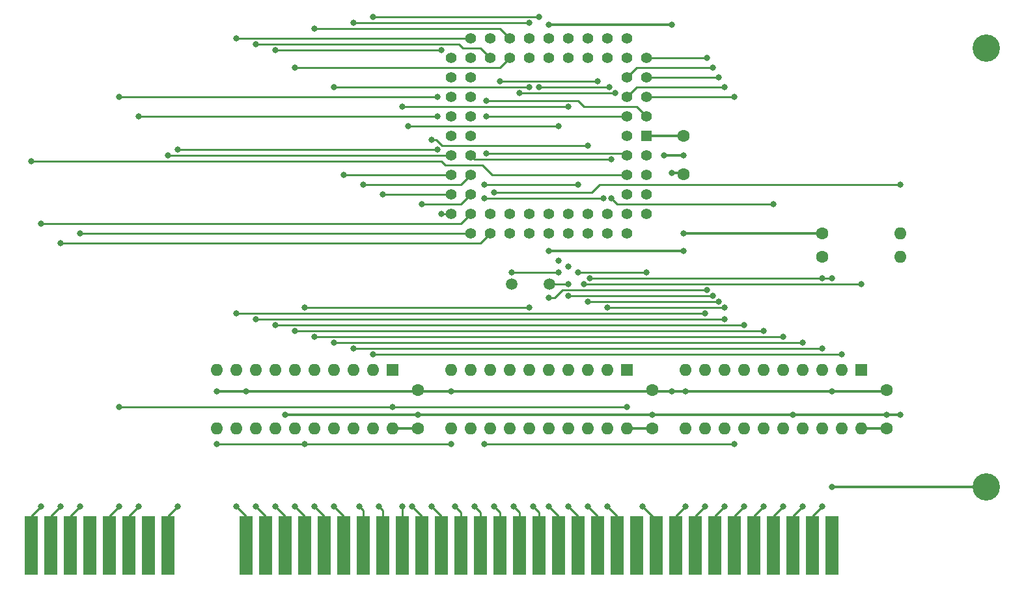
<source format=gbr>
G04 #@! TF.GenerationSoftware,KiCad,Pcbnew,(5.1.8)-1*
G04 #@! TF.CreationDate,2021-11-26T20:48:40-07:00*
G04 #@! TF.ProjectId,V40,5634302e-6b69-4636-9164-5f7063625858,rev?*
G04 #@! TF.SameCoordinates,Original*
G04 #@! TF.FileFunction,Copper,L1,Top*
G04 #@! TF.FilePolarity,Positive*
%FSLAX46Y46*%
G04 Gerber Fmt 4.6, Leading zero omitted, Abs format (unit mm)*
G04 Created by KiCad (PCBNEW (5.1.8)-1) date 2021-11-26 20:48:40*
%MOMM*%
%LPD*%
G01*
G04 APERTURE LIST*
G04 #@! TA.AperFunction,ComponentPad*
%ADD10O,1.600000X1.600000*%
G04 #@! TD*
G04 #@! TA.AperFunction,ComponentPad*
%ADD11C,1.600000*%
G04 #@! TD*
G04 #@! TA.AperFunction,ComponentPad*
%ADD12C,1.500000*%
G04 #@! TD*
G04 #@! TA.AperFunction,ConnectorPad*
%ADD13R,1.780000X7.620000*%
G04 #@! TD*
G04 #@! TA.AperFunction,ComponentPad*
%ADD14R,1.600000X1.600000*%
G04 #@! TD*
G04 #@! TA.AperFunction,ComponentPad*
%ADD15C,1.422400*%
G04 #@! TD*
G04 #@! TA.AperFunction,ComponentPad*
%ADD16R,1.422400X1.422400*%
G04 #@! TD*
G04 #@! TA.AperFunction,ComponentPad*
%ADD17C,3.556000*%
G04 #@! TD*
G04 #@! TA.AperFunction,ViaPad*
%ADD18C,0.800000*%
G04 #@! TD*
G04 #@! TA.AperFunction,Conductor*
%ADD19C,0.330200*%
G04 #@! TD*
G04 #@! TA.AperFunction,Conductor*
%ADD20C,0.250000*%
G04 #@! TD*
G04 APERTURE END LIST*
D10*
G04 #@! TO.P,R1,2*
G04 #@! TO.N,/5+*
X170426380Y-92176600D03*
D11*
G04 #@! TO.P,R1,1*
G04 #@! TO.N,/DEN*
X160266380Y-92176600D03*
G04 #@! TD*
D12*
G04 #@! TO.P,Y1,2*
G04 #@! TO.N,/X1*
X124780380Y-95732600D03*
G04 #@! TO.P,Y1,1*
G04 #@! TO.N,/X2*
X119880380Y-95732600D03*
G04 #@! TD*
D10*
G04 #@! TO.P,R2,2*
G04 #@! TO.N,/POLL*
X170426380Y-89128600D03*
D11*
G04 #@! TO.P,R2,1*
G04 #@! TO.N,/GND*
X160266380Y-89128600D03*
G04 #@! TD*
D13*
G04 #@! TO.P,J1,9*
G04 #@! TO.N,/SPK_OUT*
X57396380Y-129768600D03*
G04 #@! TO.P,J1,10*
G04 #@! TO.N,/SPK_GO*
X59936380Y-129768600D03*
G04 #@! TO.P,J1,11*
G04 #@! TO.N,/HF_PCLK*
X62476380Y-129768600D03*
G04 #@! TO.P,J1,12*
G04 #@! TO.N,/DRQ0*
X65016380Y-129768600D03*
G04 #@! TO.P,J1,13*
G04 #@! TO.N,/HOLDA*
X67556380Y-129768600D03*
G04 #@! TO.P,J1,14*
G04 #@! TO.N,/HOLD*
X70096380Y-129768600D03*
G04 #@! TO.P,J1,15*
G04 #@! TO.N,/READY*
X72636380Y-129768600D03*
G04 #@! TO.P,J1,16*
G04 #@! TO.N,/RESET*
X75176380Y-129768600D03*
G04 #@! TD*
D10*
G04 #@! TO.P,U4,20*
G04 #@! TO.N,/5+*
X165346380Y-114528600D03*
G04 #@! TO.P,U4,10*
G04 #@! TO.N,/GND*
X142486380Y-106908600D03*
G04 #@! TO.P,U4,19*
G04 #@! TO.N,/DEN*
X162806380Y-114528600D03*
G04 #@! TO.P,U4,9*
G04 #@! TO.N,/AD0*
X145026380Y-106908600D03*
G04 #@! TO.P,U4,18*
G04 #@! TO.N,/D7*
X160266380Y-114528600D03*
G04 #@! TO.P,U4,8*
G04 #@! TO.N,/AD1*
X147566380Y-106908600D03*
G04 #@! TO.P,U4,17*
G04 #@! TO.N,/D6*
X157726380Y-114528600D03*
G04 #@! TO.P,U4,7*
G04 #@! TO.N,/AD2*
X150106380Y-106908600D03*
G04 #@! TO.P,U4,16*
G04 #@! TO.N,/D5*
X155186380Y-114528600D03*
G04 #@! TO.P,U4,6*
G04 #@! TO.N,/AD3*
X152646380Y-106908600D03*
G04 #@! TO.P,U4,15*
G04 #@! TO.N,/D4*
X152646380Y-114528600D03*
G04 #@! TO.P,U4,5*
G04 #@! TO.N,/AD4*
X155186380Y-106908600D03*
G04 #@! TO.P,U4,14*
G04 #@! TO.N,/D3*
X150106380Y-114528600D03*
G04 #@! TO.P,U4,4*
G04 #@! TO.N,/AD5*
X157726380Y-106908600D03*
G04 #@! TO.P,U4,13*
G04 #@! TO.N,/D2*
X147566380Y-114528600D03*
G04 #@! TO.P,U4,3*
G04 #@! TO.N,/AD6*
X160266380Y-106908600D03*
G04 #@! TO.P,U4,12*
G04 #@! TO.N,/D1*
X145026380Y-114528600D03*
G04 #@! TO.P,U4,2*
G04 #@! TO.N,/AD7*
X162806380Y-106908600D03*
G04 #@! TO.P,U4,11*
G04 #@! TO.N,/D0*
X142486380Y-114528600D03*
D14*
G04 #@! TO.P,U4,1*
G04 #@! TO.N,/DTR*
X165346380Y-106908600D03*
G04 #@! TD*
D10*
G04 #@! TO.P,U3,20*
G04 #@! TO.N,/5+*
X134866380Y-114528600D03*
G04 #@! TO.P,U3,10*
G04 #@! TO.N,/GND*
X112006380Y-106908600D03*
G04 #@! TO.P,U3,19*
G04 #@! TO.N,/A19*
X132326380Y-114528600D03*
G04 #@! TO.P,U3,9*
G04 #@! TO.N,Net-(U3-Pad9)*
X114546380Y-106908600D03*
G04 #@! TO.P,U3,18*
G04 #@! TO.N,/A18*
X129786380Y-114528600D03*
G04 #@! TO.P,U3,8*
G04 #@! TO.N,Net-(U3-Pad8)*
X117086380Y-106908600D03*
G04 #@! TO.P,U3,17*
G04 #@! TO.N,/A17*
X127246380Y-114528600D03*
G04 #@! TO.P,U3,7*
G04 #@! TO.N,Net-(U3-Pad7)*
X119626380Y-106908600D03*
G04 #@! TO.P,U3,16*
G04 #@! TO.N,/A16*
X124706380Y-114528600D03*
G04 #@! TO.P,U3,6*
G04 #@! TO.N,Net-(U3-Pad6)*
X122166380Y-106908600D03*
G04 #@! TO.P,U3,15*
G04 #@! TO.N,Net-(U3-Pad15)*
X122166380Y-114528600D03*
G04 #@! TO.P,U3,5*
G04 #@! TO.N,/A16_*
X124706380Y-106908600D03*
G04 #@! TO.P,U3,14*
G04 #@! TO.N,Net-(U3-Pad14)*
X119626380Y-114528600D03*
G04 #@! TO.P,U3,4*
G04 #@! TO.N,/A17_*
X127246380Y-106908600D03*
G04 #@! TO.P,U3,13*
G04 #@! TO.N,Net-(U3-Pad13)*
X117086380Y-114528600D03*
G04 #@! TO.P,U3,3*
G04 #@! TO.N,/A18_*
X129786380Y-106908600D03*
G04 #@! TO.P,U3,12*
G04 #@! TO.N,Net-(U3-Pad12)*
X114546380Y-114528600D03*
G04 #@! TO.P,U3,2*
G04 #@! TO.N,/A19_*
X132326380Y-106908600D03*
G04 #@! TO.P,U3,11*
G04 #@! TO.N,/ALE*
X112006380Y-114528600D03*
D14*
G04 #@! TO.P,U3,1*
G04 #@! TO.N,/HOLDA*
X134866380Y-106908600D03*
G04 #@! TD*
D10*
G04 #@! TO.P,U2,20*
G04 #@! TO.N,/5+*
X104386380Y-114528600D03*
G04 #@! TO.P,U2,10*
G04 #@! TO.N,/GND*
X81526380Y-106908600D03*
G04 #@! TO.P,U2,19*
G04 #@! TO.N,/A7*
X101846380Y-114528600D03*
G04 #@! TO.P,U2,9*
G04 #@! TO.N,/AD0*
X84066380Y-106908600D03*
G04 #@! TO.P,U2,18*
G04 #@! TO.N,/A6*
X99306380Y-114528600D03*
G04 #@! TO.P,U2,8*
G04 #@! TO.N,/AD1*
X86606380Y-106908600D03*
G04 #@! TO.P,U2,17*
G04 #@! TO.N,/A5*
X96766380Y-114528600D03*
G04 #@! TO.P,U2,7*
G04 #@! TO.N,/AD2*
X89146380Y-106908600D03*
G04 #@! TO.P,U2,16*
G04 #@! TO.N,/A4*
X94226380Y-114528600D03*
G04 #@! TO.P,U2,6*
G04 #@! TO.N,/AD3*
X91686380Y-106908600D03*
G04 #@! TO.P,U2,15*
G04 #@! TO.N,/A3*
X91686380Y-114528600D03*
G04 #@! TO.P,U2,5*
G04 #@! TO.N,/AD4*
X94226380Y-106908600D03*
G04 #@! TO.P,U2,14*
G04 #@! TO.N,/A2*
X89146380Y-114528600D03*
G04 #@! TO.P,U2,4*
G04 #@! TO.N,/AD5*
X96766380Y-106908600D03*
G04 #@! TO.P,U2,13*
G04 #@! TO.N,/A1*
X86606380Y-114528600D03*
G04 #@! TO.P,U2,3*
G04 #@! TO.N,/AD6*
X99306380Y-106908600D03*
G04 #@! TO.P,U2,12*
G04 #@! TO.N,/A0*
X84066380Y-114528600D03*
G04 #@! TO.P,U2,2*
G04 #@! TO.N,/AD7*
X101846380Y-106908600D03*
G04 #@! TO.P,U2,11*
G04 #@! TO.N,/ALE*
X81526380Y-114528600D03*
D14*
G04 #@! TO.P,U2,1*
G04 #@! TO.N,/HOLDA*
X104386380Y-106908600D03*
G04 #@! TD*
D15*
G04 #@! TO.P,U1,60*
G04 #@! TO.N,/MWR*
X134866380Y-89128600D03*
G04 #@! TO.P,U1,58*
G04 #@! TO.N,Net-(U1-Pad58)*
X132326380Y-89128600D03*
G04 #@! TO.P,U1,56*
G04 #@! TO.N,/DEN*
X129786380Y-89128600D03*
G04 #@! TO.P,U1,54*
G04 #@! TO.N,/X1*
X127246380Y-89128600D03*
G04 #@! TO.P,U1,52*
G04 #@! TO.N,/GND*
X124706380Y-89128600D03*
G04 #@! TO.P,U1,50*
G04 #@! TO.N,/ALE*
X122166380Y-89128600D03*
G04 #@! TO.P,U1,48*
G04 #@! TO.N,Net-(U1-Pad48)*
X119626380Y-89128600D03*
G04 #@! TO.P,U1,46*
G04 #@! TO.N,/SPK_GO*
X117086380Y-89128600D03*
G04 #@! TO.P,U1,61*
G04 #@! TO.N,/IORD*
X137406380Y-86588600D03*
G04 #@! TO.P,U1,59*
G04 #@! TO.N,/IOWR*
X132326380Y-86588600D03*
G04 #@! TO.P,U1,57*
G04 #@! TO.N,/DTR*
X129786380Y-86588600D03*
G04 #@! TO.P,U1,55*
G04 #@! TO.N,Net-(U1-Pad55)*
X127246380Y-86588600D03*
G04 #@! TO.P,U1,53*
G04 #@! TO.N,/X2*
X124706380Y-86588600D03*
G04 #@! TO.P,U1,51*
G04 #@! TO.N,Net-(U1-Pad51)*
X122166380Y-86588600D03*
G04 #@! TO.P,U1,49*
G04 #@! TO.N,Net-(U1-Pad49)*
X119626380Y-86588600D03*
G04 #@! TO.P,U1,47*
G04 #@! TO.N,/POLL*
X117086380Y-86588600D03*
G04 #@! TO.P,U1,45*
G04 #@! TO.N,/SPK_OUT*
X114546380Y-86588600D03*
G04 #@! TO.P,U1,43*
G04 #@! TO.N,/IRQ7*
X112006380Y-86588600D03*
G04 #@! TO.P,U1,41*
G04 #@! TO.N,/IRQ5*
X112006380Y-84048600D03*
G04 #@! TO.P,U1,39*
G04 #@! TO.N,/IRQ3*
X112006380Y-81508600D03*
G04 #@! TO.P,U1,37*
G04 #@! TO.N,/IRQ1*
X112006380Y-78968600D03*
G04 #@! TO.P,U1,35*
G04 #@! TO.N,Net-(U1-Pad35)*
X112006380Y-76428600D03*
G04 #@! TO.P,U1,33*
G04 #@! TO.N,Net-(U1-Pad33)*
X112006380Y-73888600D03*
G04 #@! TO.P,U1,31*
G04 #@! TO.N,Net-(U1-Pad31)*
X112006380Y-71348600D03*
G04 #@! TO.P,U1,29*
G04 #@! TO.N,Net-(U1-Pad29)*
X112006380Y-68808600D03*
G04 #@! TO.P,U1,27*
G04 #@! TO.N,Net-(U1-Pad27)*
X112006380Y-66268600D03*
G04 #@! TO.P,U1,44*
G04 #@! TO.N,/HF_PCLK*
X114546380Y-89128600D03*
G04 #@! TO.P,U1,42*
G04 #@! TO.N,/IRQ6*
X114546380Y-84048600D03*
G04 #@! TO.P,U1,40*
G04 #@! TO.N,/IRQ4*
X114546380Y-81508600D03*
G04 #@! TO.P,U1,38*
G04 #@! TO.N,/IRQ2*
X114546380Y-78968600D03*
G04 #@! TO.P,U1,36*
G04 #@! TO.N,Net-(U1-Pad36)*
X114546380Y-76428600D03*
G04 #@! TO.P,U1,34*
G04 #@! TO.N,Net-(U1-Pad34)*
X114546380Y-73888600D03*
G04 #@! TO.P,U1,32*
G04 #@! TO.N,Net-(U1-Pad32)*
X114546380Y-71348600D03*
G04 #@! TO.P,U1,30*
G04 #@! TO.N,Net-(U1-Pad30)*
X114546380Y-68808600D03*
G04 #@! TO.P,U1,28*
G04 #@! TO.N,Net-(U1-Pad28)*
X114546380Y-66268600D03*
G04 #@! TO.P,U1,26*
G04 #@! TO.N,/AD0*
X114546380Y-63728600D03*
G04 #@! TO.P,U1,24*
G04 #@! TO.N,/AD2*
X117086380Y-63728600D03*
G04 #@! TO.P,U1,22*
G04 #@! TO.N,/AD4*
X119626380Y-63728600D03*
G04 #@! TO.P,U1,20*
G04 #@! TO.N,/AD6*
X122166380Y-63728600D03*
G04 #@! TO.P,U1,18*
G04 #@! TO.N,/GND*
X124706380Y-63728600D03*
G04 #@! TO.P,U1,16*
G04 #@! TO.N,/A9*
X127246380Y-63728600D03*
G04 #@! TO.P,U1,14*
G04 #@! TO.N,/A11*
X129786380Y-63728600D03*
G04 #@! TO.P,U1,12*
G04 #@! TO.N,/A13*
X132326380Y-63728600D03*
G04 #@! TO.P,U1,10*
G04 #@! TO.N,/A15*
X134866380Y-63728600D03*
G04 #@! TO.P,U1,25*
G04 #@! TO.N,/AD1*
X117086380Y-66268600D03*
G04 #@! TO.P,U1,23*
G04 #@! TO.N,/AD3*
X119626380Y-66268600D03*
G04 #@! TO.P,U1,21*
G04 #@! TO.N,/AD5*
X122166380Y-66268600D03*
G04 #@! TO.P,U1,19*
G04 #@! TO.N,/AD7*
X124706380Y-66268600D03*
G04 #@! TO.P,U1,17*
G04 #@! TO.N,/A8*
X127246380Y-66268600D03*
G04 #@! TO.P,U1,15*
G04 #@! TO.N,/A10*
X129786380Y-66268600D03*
G04 #@! TO.P,U1,13*
G04 #@! TO.N,/A12*
X132326380Y-66268600D03*
G04 #@! TO.P,U1,11*
G04 #@! TO.N,/A14*
X134866380Y-66268600D03*
G04 #@! TO.P,U1,63*
G04 #@! TO.N,Net-(U1-Pad63)*
X137406380Y-84048600D03*
G04 #@! TO.P,U1,65*
G04 #@! TO.N,Net-(U1-Pad65)*
X137406380Y-81508600D03*
G04 #@! TO.P,U1,67*
G04 #@! TO.N,/RDY1*
X137406380Y-78968600D03*
G04 #@! TO.P,U1,9*
G04 #@! TO.N,/A16_*
X137406380Y-66268600D03*
G04 #@! TO.P,U1,7*
G04 #@! TO.N,/A18_*
X137406380Y-68808600D03*
G04 #@! TO.P,U1,5*
G04 #@! TO.N,/REFRQ*
X137406380Y-71348600D03*
G04 #@! TO.P,U1,3*
G04 #@! TO.N,/HOLDA*
X137406380Y-73888600D03*
D16*
G04 #@! TO.P,U1,1*
G04 #@! TO.N,/5+*
X137406380Y-76428600D03*
D15*
G04 #@! TO.P,U1,62*
G04 #@! TO.N,/MRD*
X134866380Y-86588600D03*
G04 #@! TO.P,U1,64*
G04 #@! TO.N,Net-(U1-Pad64)*
X134866380Y-84048600D03*
G04 #@! TO.P,U1,66*
G04 #@! TO.N,/NMI*
X134866380Y-81508600D03*
G04 #@! TO.P,U1,68*
G04 #@! TO.N,/RESET*
X134866380Y-78968600D03*
G04 #@! TO.P,U1,8*
G04 #@! TO.N,/A17_*
X134866380Y-68808600D03*
G04 #@! TO.P,U1,6*
G04 #@! TO.N,/A19_*
X134866380Y-71348600D03*
G04 #@! TO.P,U1,4*
G04 #@! TO.N,/HOLD*
X134866380Y-73888600D03*
G04 #@! TO.P,U1,2*
G04 #@! TO.N,Net-(U1-Pad2)*
X134866380Y-76428600D03*
G04 #@! TD*
D11*
G04 #@! TO.P,C4,2*
G04 #@! TO.N,/5+*
X168648380Y-114528600D03*
G04 #@! TO.P,C4,1*
G04 #@! TO.N,/GND*
X168648380Y-109528600D03*
G04 #@! TD*
G04 #@! TO.P,C3,2*
G04 #@! TO.N,/5+*
X138168380Y-114528600D03*
G04 #@! TO.P,C3,1*
G04 #@! TO.N,/GND*
X138168380Y-109528600D03*
G04 #@! TD*
G04 #@! TO.P,C2,2*
G04 #@! TO.N,/5+*
X107688380Y-114528600D03*
G04 #@! TO.P,C2,1*
G04 #@! TO.N,/GND*
X107688380Y-109528600D03*
G04 #@! TD*
G04 #@! TO.P,C1,2*
G04 #@! TO.N,/5+*
X142232380Y-76428600D03*
G04 #@! TO.P,C1,1*
G04 #@! TO.N,/GND*
X142232380Y-81428600D03*
G04 #@! TD*
D13*
G04 #@! TO.P,J9,62*
G04 #@! TO.N,/A0*
X85336380Y-129768600D03*
G04 #@! TO.P,J9,61*
G04 #@! TO.N,/A1*
X87876380Y-129768600D03*
G04 #@! TO.P,J9,60*
G04 #@! TO.N,/A2*
X90416380Y-129768600D03*
G04 #@! TO.P,J9,59*
G04 #@! TO.N,/A3*
X92956380Y-129768600D03*
G04 #@! TO.P,J9,58*
G04 #@! TO.N,/A4*
X95496380Y-129768600D03*
G04 #@! TO.P,J9,57*
G04 #@! TO.N,/A5*
X98036380Y-129768600D03*
G04 #@! TO.P,J9,56*
G04 #@! TO.N,/A6*
X100576380Y-129768600D03*
G04 #@! TO.P,J9,55*
G04 #@! TO.N,/A7*
X103116380Y-129768600D03*
G04 #@! TO.P,J9,54*
G04 #@! TO.N,/A8*
X105656380Y-129768600D03*
G04 #@! TO.P,J9,53*
G04 #@! TO.N,/A9*
X108196380Y-129768600D03*
G04 #@! TO.P,J9,52*
G04 #@! TO.N,/A10*
X110736380Y-129768600D03*
G04 #@! TO.P,J9,51*
G04 #@! TO.N,/A11*
X113276380Y-129768600D03*
G04 #@! TO.P,J9,50*
G04 #@! TO.N,/A12*
X115816380Y-129768600D03*
G04 #@! TO.P,J9,49*
G04 #@! TO.N,/A13*
X118356380Y-129768600D03*
G04 #@! TO.P,J9,48*
G04 #@! TO.N,/A14*
X120896380Y-129768600D03*
G04 #@! TO.P,J9,47*
G04 #@! TO.N,/A15*
X123436380Y-129768600D03*
G04 #@! TO.P,J9,46*
G04 #@! TO.N,/A16*
X125976380Y-129768600D03*
G04 #@! TO.P,J9,45*
G04 #@! TO.N,/A17*
X128516380Y-129768600D03*
G04 #@! TO.P,J9,44*
G04 #@! TO.N,/A18*
X131056380Y-129768600D03*
G04 #@! TO.P,J9,43*
G04 #@! TO.N,/A19*
X133596380Y-129768600D03*
G04 #@! TO.P,J9,42*
G04 #@! TO.N,/AEN*
X136136380Y-129768600D03*
G04 #@! TO.P,J9,41*
G04 #@! TO.N,/RDY1*
X138676380Y-129768600D03*
G04 #@! TO.P,J9,40*
G04 #@! TO.N,/D0*
X141216380Y-129768600D03*
G04 #@! TO.P,J9,39*
G04 #@! TO.N,/D1*
X143756380Y-129768600D03*
G04 #@! TO.P,J9,38*
G04 #@! TO.N,/D2*
X146296380Y-129768600D03*
G04 #@! TO.P,J9,37*
G04 #@! TO.N,/D3*
X148836380Y-129768600D03*
G04 #@! TO.P,J9,36*
G04 #@! TO.N,/D4*
X151376380Y-129768600D03*
G04 #@! TO.P,J9,35*
G04 #@! TO.N,/D5*
X153916380Y-129768600D03*
G04 #@! TO.P,J9,34*
G04 #@! TO.N,/D6*
X156456380Y-129768600D03*
G04 #@! TO.P,J9,33*
G04 #@! TO.N,/D7*
X158996380Y-129768600D03*
G04 #@! TO.P,J9,32*
G04 #@! TO.N,/CH_CK*
X161536380Y-129768600D03*
G04 #@! TD*
D17*
G04 #@! TO.P,R,1*
G04 #@! TO.N,/GND*
X181602380Y-122148600D03*
G04 #@! TD*
G04 #@! TO.P,R,1*
G04 #@! TO.N,N/C*
X181602380Y-64998600D03*
G04 #@! TD*
D18*
G04 #@! TO.N,/5+*
X139692380Y-78968600D03*
X142232380Y-78968600D03*
X156456380Y-112750600D03*
X107688380Y-112750600D03*
X138168380Y-112750600D03*
X168648380Y-112750600D03*
X90416380Y-112750600D03*
X170426380Y-112750574D03*
G04 #@! TO.N,/GND*
X142486380Y-109702600D03*
X124706380Y-91414600D03*
X142232380Y-91414600D03*
X140708380Y-109702600D03*
X112006380Y-109702600D03*
X81526380Y-109702600D03*
X85336380Y-109702600D03*
X161536380Y-122148600D03*
X161536380Y-109702600D03*
X140708380Y-81254600D03*
X140708380Y-61950600D03*
X124706380Y-61950600D03*
X142232380Y-89128600D03*
G04 #@! TO.N,/IRQ2*
X132834380Y-79476600D03*
X132834380Y-84556600D03*
X153916380Y-85318600D03*
G04 #@! TO.N,/IRQ7*
X110736380Y-86588600D03*
G04 #@! TO.N,/IRQ6*
X108196380Y-85318600D03*
G04 #@! TO.N,/IRQ5*
X103116380Y-84048600D03*
G04 #@! TO.N,/IRQ4*
X100576380Y-82778600D03*
G04 #@! TO.N,/IRQ3*
X98036380Y-81508600D03*
G04 #@! TO.N,/ALE*
X92956380Y-116560600D03*
X81526380Y-116560600D03*
X112006380Y-116560600D03*
X122166380Y-98780600D03*
X92956380Y-98780600D03*
G04 #@! TO.N,/D7*
X160266380Y-124688600D03*
G04 #@! TO.N,/D6*
X157726380Y-124688600D03*
G04 #@! TO.N,/D5*
X155186380Y-124688600D03*
G04 #@! TO.N,/D4*
X152646380Y-124688600D03*
G04 #@! TO.N,/D3*
X150106380Y-124688600D03*
G04 #@! TO.N,/D2*
X147566380Y-124688600D03*
G04 #@! TO.N,/D1*
X145026380Y-124688600D03*
G04 #@! TO.N,/D0*
X142486380Y-124688600D03*
G04 #@! TO.N,/RDY1*
X136898380Y-124688600D03*
G04 #@! TO.N,/A19*
X132326380Y-124688600D03*
G04 #@! TO.N,/A18*
X129786380Y-124688600D03*
G04 #@! TO.N,/A17*
X127246380Y-124688600D03*
G04 #@! TO.N,/A16*
X124706380Y-124688600D03*
G04 #@! TO.N,/A15*
X122674374Y-124688600D03*
X123436380Y-70078600D03*
X132580380Y-70078600D03*
G04 #@! TO.N,/A14*
X120134374Y-124688600D03*
X120896380Y-70840600D03*
X133342380Y-70840600D03*
G04 #@! TO.N,/A13*
X117594374Y-124688600D03*
X118356380Y-69316600D03*
X131056380Y-69316600D03*
G04 #@! TO.N,/A12*
X115054374Y-124688600D03*
X116324380Y-84556600D03*
X131818380Y-84556600D03*
G04 #@! TO.N,/A11*
X112514374Y-124688600D03*
X128516380Y-82778600D03*
X116324380Y-82778600D03*
G04 #@! TO.N,/A10*
X129786380Y-77698600D03*
X109466380Y-124688600D03*
X109466380Y-76936600D03*
G04 #@! TO.N,/A9*
X106418380Y-75158600D03*
X125976380Y-75158600D03*
X106926380Y-124688600D03*
G04 #@! TO.N,/A8*
X105656380Y-72618600D03*
X127246380Y-72618600D03*
X105656380Y-124688600D03*
G04 #@! TO.N,/A7*
X102608380Y-124688600D03*
G04 #@! TO.N,/A6*
X100068380Y-124688600D03*
G04 #@! TO.N,/A5*
X96766380Y-124688600D03*
G04 #@! TO.N,/A4*
X94226380Y-124688600D03*
G04 #@! TO.N,/A3*
X91686380Y-124688600D03*
G04 #@! TO.N,/A2*
X89146380Y-124688600D03*
G04 #@! TO.N,/A1*
X86606380Y-124688600D03*
G04 #@! TO.N,/A0*
X84066380Y-124688600D03*
G04 #@! TO.N,/IORD*
X128516380Y-94208600D03*
X137406380Y-94208600D03*
G04 #@! TO.N,/REFRQ*
X148836380Y-71348600D03*
X116324380Y-116560600D03*
X148836380Y-116560600D03*
G04 #@! TO.N,/AD0*
X84066380Y-63728600D03*
X84066380Y-99542600D03*
X145026380Y-99542600D03*
G04 #@! TO.N,/AD2*
X110736380Y-65252600D03*
X89146380Y-65252600D03*
X150106380Y-101066600D03*
X89146380Y-101066600D03*
G04 #@! TO.N,/AD4*
X94226380Y-62458600D03*
X155186380Y-102590600D03*
X94226380Y-102590600D03*
G04 #@! TO.N,/AD6*
X122166380Y-61696600D03*
X99306380Y-61696600D03*
X160266380Y-104114600D03*
X99306380Y-104114600D03*
G04 #@! TO.N,/AD1*
X86606380Y-64490600D03*
X86606380Y-100304600D03*
X147566380Y-100304600D03*
G04 #@! TO.N,/AD3*
X91686380Y-67538600D03*
X152646380Y-101828600D03*
X91686380Y-101828600D03*
G04 #@! TO.N,/AD5*
X122166380Y-70078600D03*
X96766380Y-70078600D03*
X96766380Y-103352600D03*
X157726380Y-103352600D03*
G04 #@! TO.N,/AD7*
X123436380Y-60934600D03*
X101846380Y-60934600D03*
X101846380Y-104876600D03*
X162806380Y-104876600D03*
G04 #@! TO.N,/A16_*
X145280380Y-66268600D03*
X145280380Y-96494600D03*
X124706380Y-97510600D03*
G04 #@! TO.N,/A18_*
X146804380Y-68808600D03*
X146804380Y-98018600D03*
X129786380Y-98018600D03*
G04 #@! TO.N,/A17_*
X146042380Y-67538600D03*
X146042380Y-97256600D03*
X127246380Y-97256600D03*
G04 #@! TO.N,/A19_*
X147566380Y-70078600D03*
X147566380Y-98780600D03*
X132326380Y-98780600D03*
G04 #@! TO.N,/SPK_OUT*
X58666380Y-124688600D03*
X58666380Y-87858600D03*
G04 #@! TO.N,/SPK_GO*
X61206380Y-124688600D03*
X61206380Y-90398600D03*
G04 #@! TO.N,/HF_PCLK*
X63746380Y-124688600D03*
X63746380Y-89128600D03*
G04 #@! TO.N,/HOLDA*
X68826380Y-124688600D03*
X116578380Y-71856600D03*
X110228380Y-71348600D03*
X68826380Y-71348600D03*
X134866380Y-111734600D03*
X68826380Y-111734600D03*
X104386380Y-111734600D03*
G04 #@! TO.N,/HOLD*
X71366380Y-124688600D03*
X116578380Y-73888600D03*
X110228380Y-73888600D03*
X71366380Y-73888600D03*
G04 #@! TO.N,/RESET*
X76446380Y-124688600D03*
X110228380Y-78206600D03*
X76446380Y-78206600D03*
X116578380Y-78714600D03*
G04 #@! TO.N,/NMI*
X57396380Y-79730600D03*
G04 #@! TO.N,/IRQ1*
X75176380Y-78968600D03*
G04 #@! TO.N,/DEN*
X130040380Y-94970600D03*
X161536380Y-94970600D03*
X160266380Y-94970600D03*
G04 #@! TO.N,/POLL*
X117594380Y-83794600D03*
X170426380Y-82778600D03*
G04 #@! TO.N,/X1*
X127246380Y-95732600D03*
X127246380Y-93446600D03*
G04 #@! TO.N,/DTR*
X129278380Y-95732600D03*
X165346380Y-95732600D03*
G04 #@! TO.N,/X2*
X125976380Y-94208600D03*
X119880380Y-94208600D03*
X125976380Y-92684600D03*
G04 #@! TD*
D19*
G04 #@! TO.N,/5+*
X134866380Y-114528600D02*
X138168380Y-114528600D01*
X165346380Y-114528600D02*
X168648380Y-114528600D01*
X107645200Y-114528600D02*
X107655360Y-114538760D01*
X142232380Y-76428600D02*
X137406380Y-76428600D01*
X142232380Y-78968600D02*
X139692380Y-78968600D01*
X156456380Y-112750600D02*
X107688380Y-112750600D01*
X107688380Y-114528600D02*
X104386380Y-114528600D01*
X168648380Y-112750600D02*
X156456380Y-112750600D01*
X107688380Y-112750600D02*
X90416380Y-112750600D01*
X170426354Y-112750600D02*
X170426380Y-112750574D01*
X168648380Y-112750600D02*
X170426354Y-112750600D01*
G04 #@! TO.N,/GND*
X107655360Y-109538760D02*
X108032540Y-109538760D01*
X108032540Y-109538760D02*
X108196380Y-109702600D01*
X137994380Y-109702600D02*
X138168380Y-109528600D01*
X108196380Y-109702600D02*
X112006380Y-109702600D01*
X168648380Y-109528600D02*
X168568380Y-109528600D01*
X168568380Y-109528600D02*
X168394380Y-109702600D01*
X138342380Y-109702600D02*
X138168380Y-109528600D01*
X168394380Y-109702600D02*
X138342380Y-109702600D01*
X124706380Y-91414600D02*
X142232380Y-91414600D01*
X107688380Y-109528600D02*
X107354380Y-109528600D01*
X107354380Y-109528600D02*
X107180380Y-109702600D01*
X107180380Y-109702600D02*
X81526380Y-109702600D01*
X112006380Y-109702600D02*
X137994380Y-109702600D01*
X181602380Y-122148600D02*
X161536380Y-122148600D01*
X142232380Y-81428600D02*
X142232380Y-81254600D01*
X142232380Y-81254600D02*
X140708380Y-81254600D01*
X140708380Y-61950600D02*
X124706380Y-61950600D01*
X160266380Y-89128600D02*
X142232380Y-89128600D01*
X142232380Y-89128600D02*
X142232380Y-89128600D01*
D20*
G04 #@! TO.N,/IRQ2*
X114546380Y-78968600D02*
X115054380Y-79476600D01*
X115054380Y-79476600D02*
X132834380Y-79476600D01*
X133596380Y-85318600D02*
X153916380Y-85318600D01*
X132834380Y-84556600D02*
X133596380Y-85318600D01*
G04 #@! TO.N,/IRQ7*
X112006380Y-86588600D02*
X110736380Y-86588600D01*
G04 #@! TO.N,/IRQ6*
X114546380Y-84048600D02*
X113276380Y-85318600D01*
X113276380Y-85318600D02*
X108196380Y-85318600D01*
G04 #@! TO.N,/IRQ5*
X112006380Y-84048600D02*
X103116380Y-84048600D01*
G04 #@! TO.N,/IRQ4*
X113276380Y-82778600D02*
X100576380Y-82778600D01*
X114546380Y-81508600D02*
X113276380Y-82778600D01*
G04 #@! TO.N,/IRQ3*
X112006380Y-81508600D02*
X98036380Y-81508600D01*
G04 #@! TO.N,/ALE*
X92956380Y-116560600D02*
X112006380Y-116560600D01*
X92956380Y-116560600D02*
X81526380Y-116560600D01*
X122166380Y-98780600D02*
X92956380Y-98780600D01*
G04 #@! TO.N,/D7*
X158996380Y-125958600D02*
X160266380Y-124688600D01*
X158996380Y-129768600D02*
X158996380Y-125958600D01*
G04 #@! TO.N,/D6*
X156456380Y-125958600D02*
X157726380Y-124688600D01*
X156456380Y-129768600D02*
X156456380Y-125958600D01*
G04 #@! TO.N,/D5*
X153916380Y-125958600D02*
X155186380Y-124688600D01*
X153916380Y-129768600D02*
X153916380Y-125958600D01*
G04 #@! TO.N,/D4*
X151376380Y-129768600D02*
X151376380Y-125958600D01*
X151376380Y-125958600D02*
X152646380Y-124688600D01*
G04 #@! TO.N,/D3*
X148836380Y-129768600D02*
X148836380Y-125958600D01*
X148836380Y-125958600D02*
X150106380Y-124688600D01*
G04 #@! TO.N,/D2*
X146296380Y-129768600D02*
X146296380Y-125958600D01*
X146296380Y-125958600D02*
X147566380Y-124688600D01*
G04 #@! TO.N,/D1*
X143756380Y-129768600D02*
X143756380Y-125958600D01*
X143756380Y-125958600D02*
X145026380Y-124688600D01*
G04 #@! TO.N,/D0*
X141216380Y-129768600D02*
X141216380Y-125958600D01*
X141216380Y-125958600D02*
X142486380Y-124688600D01*
G04 #@! TO.N,/RDY1*
X138676380Y-129768600D02*
X138676380Y-126466600D01*
X138676380Y-126466600D02*
X136898380Y-124688600D01*
G04 #@! TO.N,/A19*
X133596380Y-129768600D02*
X133596380Y-125958600D01*
X133596380Y-125958600D02*
X132326380Y-124688600D01*
G04 #@! TO.N,/A18*
X131056380Y-129768600D02*
X131056380Y-125958600D01*
X131056380Y-125958600D02*
X129786380Y-124688600D01*
G04 #@! TO.N,/A17*
X128516380Y-125958600D02*
X127246380Y-124688600D01*
X128516380Y-129768600D02*
X128516380Y-125958600D01*
G04 #@! TO.N,/A16*
X125976380Y-125958600D02*
X124706380Y-124688600D01*
X125976380Y-129768600D02*
X125976380Y-125958600D01*
G04 #@! TO.N,/A15*
X123436380Y-129768600D02*
X123436380Y-125450606D01*
X123436380Y-125450606D02*
X122674374Y-124688600D01*
X123436380Y-70078600D02*
X132580380Y-70078600D01*
G04 #@! TO.N,/A14*
X120896380Y-129768600D02*
X120896380Y-125450606D01*
X120896380Y-125450606D02*
X120134374Y-124688600D01*
X120896380Y-70840600D02*
X133342380Y-70840600D01*
G04 #@! TO.N,/A13*
X118356380Y-129768600D02*
X118356380Y-125450606D01*
X118356380Y-125450606D02*
X117594374Y-124688600D01*
X118356380Y-69316600D02*
X131056380Y-69316600D01*
G04 #@! TO.N,/A12*
X115816380Y-129768600D02*
X115816380Y-125450606D01*
X115816380Y-125450606D02*
X115054374Y-124688600D01*
X116324380Y-84556600D02*
X131818380Y-84556600D01*
G04 #@! TO.N,/A11*
X113276380Y-129768600D02*
X113276380Y-125450606D01*
X113276380Y-125450606D02*
X112514374Y-124688600D01*
X128516380Y-82778600D02*
X116324380Y-82778600D01*
G04 #@! TO.N,/A10*
X110736380Y-125958600D02*
X109466380Y-124688600D01*
X110736380Y-129768600D02*
X110736380Y-125958600D01*
X110082381Y-76936600D02*
X109466380Y-76936600D01*
X110844387Y-77698606D02*
X110082381Y-76936600D01*
X129786374Y-77698606D02*
X110844387Y-77698606D01*
G04 #@! TO.N,/A9*
X106418380Y-75158600D02*
X125976380Y-75158600D01*
X108196380Y-129768600D02*
X108196380Y-125958600D01*
X108196380Y-125958600D02*
X106926380Y-124688600D01*
G04 #@! TO.N,/A8*
X105656380Y-72618600D02*
X127246380Y-72618600D01*
X105656380Y-129768600D02*
X105656380Y-124688600D01*
G04 #@! TO.N,/A7*
X103116380Y-129768600D02*
X103116380Y-125196600D01*
X103116380Y-125196600D02*
X102608380Y-124688600D01*
G04 #@! TO.N,/A6*
X100576380Y-129768600D02*
X100576380Y-125196600D01*
X100576380Y-125196600D02*
X100068380Y-124688600D01*
G04 #@! TO.N,/A5*
X98036380Y-125958600D02*
X96766380Y-124688600D01*
X98036380Y-129768600D02*
X98036380Y-125958600D01*
G04 #@! TO.N,/A4*
X95496380Y-129768600D02*
X95496380Y-125958600D01*
X95496380Y-125958600D02*
X94226380Y-124688600D01*
G04 #@! TO.N,/A3*
X92956380Y-125958600D02*
X91686380Y-124688600D01*
X92956380Y-129768600D02*
X92956380Y-125958600D01*
G04 #@! TO.N,/A2*
X90416380Y-125958600D02*
X89146380Y-124688600D01*
X90416380Y-129768600D02*
X90416380Y-125958600D01*
G04 #@! TO.N,/A1*
X87876380Y-125958600D02*
X86606380Y-124688600D01*
X87876380Y-129768600D02*
X87876380Y-125958600D01*
G04 #@! TO.N,/A0*
X85336380Y-129768600D02*
X85336380Y-125958600D01*
X85336380Y-125958600D02*
X84066380Y-124688600D01*
G04 #@! TO.N,/IORD*
X128516380Y-94208600D02*
X137406380Y-94208600D01*
G04 #@! TO.N,/REFRQ*
X137406380Y-71348600D02*
X148836380Y-71348600D01*
X116324380Y-116560600D02*
X148836380Y-116560600D01*
G04 #@! TO.N,/AD0*
X114546380Y-63728600D02*
X84066380Y-63728600D01*
X84066380Y-99542600D02*
X145026380Y-99542600D01*
G04 #@! TO.N,/AD2*
X110736380Y-65252600D02*
X89146380Y-65252600D01*
X89146380Y-101066600D02*
X150106380Y-101066600D01*
G04 #@! TO.N,/AD4*
X119626380Y-63728600D02*
X118356380Y-62458600D01*
X118356380Y-62458600D02*
X94226380Y-62458600D01*
X94226380Y-102590600D02*
X155186380Y-102590600D01*
G04 #@! TO.N,/AD6*
X122166380Y-61696600D02*
X99306380Y-61696600D01*
X99306380Y-104114600D02*
X160266380Y-104114600D01*
G04 #@! TO.N,/AD1*
X117086380Y-66268600D02*
X115816380Y-64998600D01*
X115816380Y-64998600D02*
X113530380Y-64998600D01*
X113530380Y-64998600D02*
X113022380Y-64490600D01*
X113022380Y-64490600D02*
X86606380Y-64490600D01*
X86606380Y-100304600D02*
X147566380Y-100304600D01*
G04 #@! TO.N,/AD3*
X119626380Y-66268600D02*
X118356380Y-67538600D01*
X118356380Y-67538600D02*
X91686380Y-67538600D01*
X91686380Y-101828600D02*
X152646380Y-101828600D01*
G04 #@! TO.N,/AD5*
X122166380Y-70078600D02*
X96766380Y-70078600D01*
X96766380Y-103352600D02*
X157726380Y-103352600D01*
G04 #@! TO.N,/AD7*
X123436380Y-60934600D02*
X101846380Y-60934600D01*
X101846380Y-104876600D02*
X162806380Y-104876600D01*
G04 #@! TO.N,/A16_*
X137406380Y-66268600D02*
X145280380Y-66268600D01*
X125468380Y-97510600D02*
X124706380Y-97510600D01*
X126484380Y-96494600D02*
X125468380Y-97510600D01*
X145280380Y-96494600D02*
X126484380Y-96494600D01*
G04 #@! TO.N,/A18_*
X137406380Y-68808600D02*
X146804380Y-68808600D01*
X146804380Y-98018600D02*
X129786380Y-98018600D01*
G04 #@! TO.N,/A17_*
X136136380Y-67538600D02*
X146042380Y-67538600D01*
X134866380Y-68808600D02*
X136136380Y-67538600D01*
X146042380Y-97256600D02*
X127246380Y-97256600D01*
G04 #@! TO.N,/A19_*
X136136380Y-70078600D02*
X147566380Y-70078600D01*
X134866380Y-71348600D02*
X136136380Y-70078600D01*
X147566380Y-98780600D02*
X132326380Y-98780600D01*
G04 #@! TO.N,/SPK_OUT*
X57396380Y-129768600D02*
X57396380Y-125958600D01*
X57396380Y-125958600D02*
X58666380Y-124688600D01*
X113276380Y-87858600D02*
X58666380Y-87858600D01*
X114546380Y-86588600D02*
X113276380Y-87858600D01*
G04 #@! TO.N,/SPK_GO*
X59936380Y-129768600D02*
X59936380Y-125958600D01*
X59936380Y-125958600D02*
X61206380Y-124688600D01*
X115816380Y-90398600D02*
X61206380Y-90398600D01*
X117086380Y-89128600D02*
X115816380Y-90398600D01*
G04 #@! TO.N,/HF_PCLK*
X62476380Y-129768600D02*
X62476380Y-125958600D01*
X62476380Y-125958600D02*
X63746380Y-124688600D01*
X114546380Y-89128600D02*
X63746380Y-89128600D01*
G04 #@! TO.N,/HOLDA*
X67556380Y-125958600D02*
X68826380Y-124688600D01*
X67556380Y-129768600D02*
X67556380Y-125958600D01*
X137406380Y-73888600D02*
X136136380Y-72618600D01*
X136136380Y-72618600D02*
X129278380Y-72618600D01*
X129278380Y-72618600D02*
X128516380Y-71856600D01*
X128516380Y-71856600D02*
X116578380Y-71856600D01*
X110228380Y-71348600D02*
X68826380Y-71348600D01*
X134866380Y-111734600D02*
X104386380Y-111734600D01*
X104386380Y-111734600D02*
X68826380Y-111734600D01*
G04 #@! TO.N,/HOLD*
X70096380Y-125958600D02*
X71366380Y-124688600D01*
X70096380Y-129768600D02*
X70096380Y-125958600D01*
X134866380Y-73888600D02*
X116578380Y-73888600D01*
X110228380Y-73888600D02*
X71366380Y-73888600D01*
G04 #@! TO.N,/RESET*
X75176380Y-125958600D02*
X76446380Y-124688600D01*
X75176380Y-129768600D02*
X75176380Y-125958600D01*
X110228380Y-78206600D02*
X76446380Y-78206600D01*
X134612380Y-78714600D02*
X116578380Y-78714600D01*
X134866380Y-78968600D02*
X134612380Y-78714600D01*
G04 #@! TO.N,/NMI*
X116070380Y-80238600D02*
X111244380Y-80238600D01*
X110736380Y-79730600D02*
X57396380Y-79730600D01*
X111244380Y-80238600D02*
X110736380Y-79730600D01*
X117340380Y-81508600D02*
X116070380Y-80238600D01*
X134866380Y-81508600D02*
X117340380Y-81508600D01*
G04 #@! TO.N,/IRQ1*
X112006380Y-78968600D02*
X75176380Y-78968600D01*
G04 #@! TO.N,/DEN*
X130040380Y-94970600D02*
X161536380Y-94970600D01*
G04 #@! TO.N,/POLL*
X131310380Y-82778600D02*
X170426380Y-82778600D01*
X130294380Y-83794600D02*
X131310380Y-82778600D01*
X117594380Y-83794600D02*
X130294380Y-83794600D01*
G04 #@! TO.N,/X1*
X127246380Y-95732600D02*
X124780380Y-95732600D01*
G04 #@! TO.N,/DTR*
X129278380Y-95732600D02*
X165346380Y-95732600D01*
G04 #@! TO.N,/X2*
X125976380Y-94208600D02*
X119880380Y-94208600D01*
G04 #@! TD*
M02*

</source>
